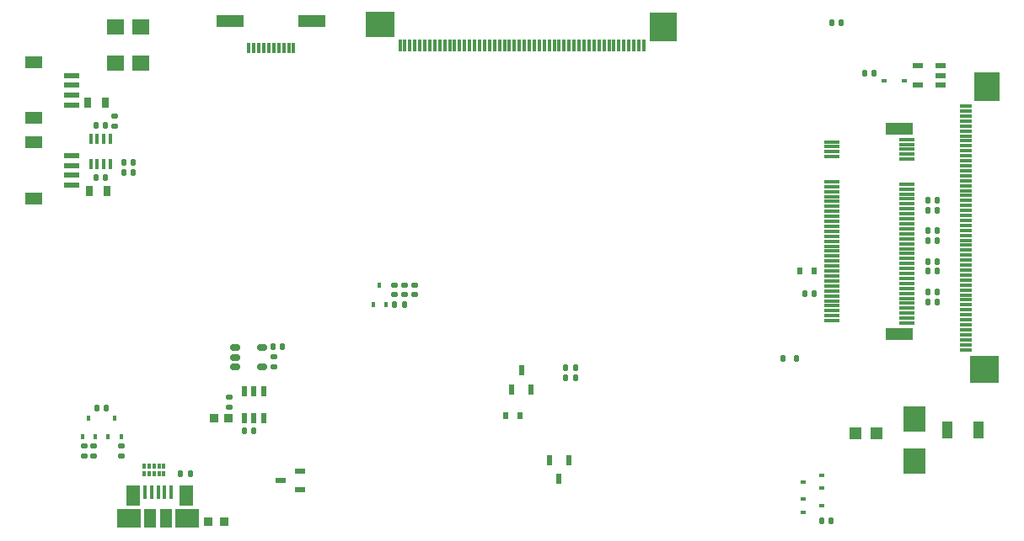
<source format=gbr>
G04 #@! TF.GenerationSoftware,KiCad,Pcbnew,7.0.1*
G04 #@! TF.CreationDate,2023-05-22T16:21:24+08:00*
G04 #@! TF.ProjectId,jetson-nano-baseboard,6a657473-6f6e-42d6-9e61-6e6f2d626173,1.6.1*
G04 #@! TF.SameCoordinates,Original*
G04 #@! TF.FileFunction,Paste,Bot*
G04 #@! TF.FilePolarity,Positive*
%FSLAX46Y46*%
G04 Gerber Fmt 4.6, Leading zero omitted, Abs format (unit mm)*
G04 Created by KiCad (PCBNEW 7.0.1) date 2023-05-22 16:21:24*
%MOMM*%
%LPD*%
G01*
G04 APERTURE LIST*
G04 Aperture macros list*
%AMRoundRect*
0 Rectangle with rounded corners*
0 $1 Rounding radius*
0 $2 $3 $4 $5 $6 $7 $8 $9 X,Y pos of 4 corners*
0 Add a 4 corners polygon primitive as box body*
4,1,4,$2,$3,$4,$5,$6,$7,$8,$9,$2,$3,0*
0 Add four circle primitives for the rounded corners*
1,1,$1+$1,$2,$3*
1,1,$1+$1,$4,$5*
1,1,$1+$1,$6,$7*
1,1,$1+$1,$8,$9*
0 Add four rect primitives between the rounded corners*
20,1,$1+$1,$2,$3,$4,$5,0*
20,1,$1+$1,$4,$5,$6,$7,0*
20,1,$1+$1,$6,$7,$8,$9,0*
20,1,$1+$1,$8,$9,$2,$3,0*%
G04 Aperture macros list end*
%ADD10R,0.970000X0.960000*%
%ADD11R,0.600000X0.800000*%
%ADD12RoundRect,0.147500X-0.147500X-0.172500X0.147500X-0.172500X0.147500X0.172500X-0.147500X0.172500X0*%
%ADD13RoundRect,0.147500X0.147500X0.172500X-0.147500X0.172500X-0.147500X-0.172500X0.147500X-0.172500X0*%
%ADD14R,1.550000X0.300000*%
%ADD15R,2.750000X1.200000*%
%ADD16RoundRect,0.147500X0.172500X-0.147500X0.172500X0.147500X-0.172500X0.147500X-0.172500X-0.147500X0*%
%ADD17RoundRect,0.147500X-0.172500X0.147500X-0.172500X-0.147500X0.172500X-0.147500X0.172500X0.147500X0*%
%ADD18R,0.300000X1.200000*%
%ADD19R,2.700000X3.000000*%
%ADD20R,3.000000X2.500000*%
%ADD21R,1.200000X0.300000*%
%ADD22R,3.000000X2.700000*%
%ADD23R,2.500000X3.000000*%
%ADD24R,0.400000X0.500000*%
%ADD25R,0.450000X1.380000*%
%ADD26R,1.400000X2.100000*%
%ADD27R,2.370000X1.900000*%
%ADD28R,1.175000X1.900000*%
%ADD29R,0.550000X1.000000*%
%ADD30R,1.000000X0.600000*%
%ADD31R,0.590000X0.450000*%
%ADD32R,0.500000X0.400000*%
%ADD33R,1.800000X1.500000*%
%ADD34R,1.200000X1.200000*%
%ADD35R,0.300000X1.000000*%
%ADD36R,2.700000X1.300000*%
%ADD37R,0.450000X1.100000*%
%ADD38RoundRect,0.125000X0.125000X0.175000X-0.125000X0.175000X-0.125000X-0.175000X0.125000X-0.175000X0*%
%ADD39R,0.762000X1.090000*%
%ADD40R,0.300000X0.550000*%
%ADD41R,0.400000X0.550000*%
%ADD42RoundRect,0.150000X0.375000X-0.150000X0.375000X0.150000X-0.375000X0.150000X-0.375000X-0.150000X0*%
%ADD43R,1.550000X0.600000*%
%ADD44R,1.800000X1.200000*%
%ADD45R,2.300000X2.500000*%
%ADD46R,1.016000X1.700000*%
%ADD47R,1.000000X0.550000*%
%ADD48R,0.950000X0.950000*%
G04 APERTURE END LIST*
D10*
X95415000Y-128300000D03*
X93785000Y-128300000D03*
D11*
X125100000Y-117602000D03*
X123700000Y-117602000D03*
D12*
X153715000Y-105400000D03*
X154685000Y-105400000D03*
D11*
X153250000Y-103100000D03*
X154650000Y-103100000D03*
D13*
X91985000Y-123500000D03*
X91015000Y-123500000D03*
D12*
X166070260Y-105148190D03*
X167040260Y-105148190D03*
X166070260Y-106200000D03*
X167040260Y-106200000D03*
D14*
X164006240Y-108331020D03*
X156456250Y-108081030D03*
X164006240Y-107831030D03*
X156456250Y-107581030D03*
X164006240Y-107331020D03*
X156456250Y-107081020D03*
X164006240Y-106831030D03*
X156456250Y-106581030D03*
X164006240Y-106331030D03*
X156456250Y-106081030D03*
X164006240Y-105831020D03*
X156456250Y-105581030D03*
X164006240Y-105331030D03*
X156456250Y-105081030D03*
X164006240Y-104831030D03*
X156456250Y-104581020D03*
X164006240Y-104331030D03*
X156456250Y-104081030D03*
X164006240Y-103831030D03*
X156456250Y-103581030D03*
X164006240Y-103331020D03*
X156456250Y-103081030D03*
X164006240Y-102831030D03*
X156456250Y-102581030D03*
X164006240Y-102331030D03*
X156456250Y-102081020D03*
X164006240Y-101831030D03*
X156456250Y-101581030D03*
X164006240Y-101331030D03*
X156456250Y-101081030D03*
X164006240Y-100831020D03*
X156456250Y-100581030D03*
X164006240Y-100331030D03*
X156456250Y-100081030D03*
X164006240Y-99831030D03*
X156456250Y-99581020D03*
X164006240Y-99331030D03*
X156456250Y-99081030D03*
X164006240Y-98831030D03*
X156456250Y-98581030D03*
X164006240Y-98331020D03*
X156456250Y-98081030D03*
X164006240Y-97831030D03*
X156456250Y-97581030D03*
X164006240Y-97331030D03*
X156456250Y-97081020D03*
X164006240Y-96831030D03*
X156456250Y-96581030D03*
X164006240Y-96331030D03*
X156456250Y-96081030D03*
X164006240Y-95831020D03*
X156456250Y-95581030D03*
X164006240Y-95331030D03*
X156456250Y-95081030D03*
X164006240Y-94831030D03*
X156456250Y-94581020D03*
X164006240Y-94331020D03*
X156456250Y-94081030D03*
X164006240Y-91831020D03*
X156456250Y-91581030D03*
X164006240Y-91331030D03*
X156456250Y-91081030D03*
X164006240Y-90831030D03*
X156456250Y-90581020D03*
X164006240Y-90331030D03*
X156456250Y-90081030D03*
X164006240Y-89831030D03*
D15*
X163231240Y-109431030D03*
X163231240Y-88731030D03*
D16*
X82300000Y-121685000D03*
X82300000Y-120715000D03*
D17*
X81300000Y-120715000D03*
X81300000Y-121685000D03*
D12*
X156439000Y-78062000D03*
X157409000Y-78062000D03*
D18*
X113050000Y-80400000D03*
X113550000Y-80400000D03*
X114050000Y-80400000D03*
X114550000Y-80400000D03*
X115050000Y-80400000D03*
X115550000Y-80400000D03*
X116050000Y-80400000D03*
X116550000Y-80400000D03*
X117050000Y-80400000D03*
X117550000Y-80400000D03*
X118050000Y-80400000D03*
X118550000Y-80400000D03*
X119050000Y-80400000D03*
X119550000Y-80400000D03*
X120050000Y-80400000D03*
X120550000Y-80400000D03*
X121050000Y-80400000D03*
X121550000Y-80400000D03*
X122050000Y-80400000D03*
X122550000Y-80400000D03*
X123050000Y-80400000D03*
X123550000Y-80400000D03*
X124050000Y-80400000D03*
X124550000Y-80400000D03*
X125050000Y-80400000D03*
X125550000Y-80400000D03*
X126050000Y-80400000D03*
X126550000Y-80400000D03*
X127050000Y-80400000D03*
X127550000Y-80400000D03*
X128050000Y-80400000D03*
X128550000Y-80400000D03*
X129050000Y-80400000D03*
X129550000Y-80400000D03*
X130050000Y-80400000D03*
X130550000Y-80400000D03*
X131050000Y-80400000D03*
X131550000Y-80400000D03*
X132050000Y-80400000D03*
X132550000Y-80400000D03*
X133050000Y-80400000D03*
X133550000Y-80400000D03*
X134050000Y-80400000D03*
X134550000Y-80400000D03*
X135050000Y-80400000D03*
X135550000Y-80400000D03*
X136050000Y-80400000D03*
X136550000Y-80400000D03*
X137050000Y-80400000D03*
X137550000Y-80400000D03*
D19*
X139500000Y-78550000D03*
D20*
X111100000Y-78300000D03*
D21*
X169940000Y-110990000D03*
X169940000Y-110490000D03*
X169940000Y-109990000D03*
X169940000Y-109490000D03*
X169940000Y-108990000D03*
X169940000Y-108490000D03*
X169940000Y-107990000D03*
X169940000Y-107490000D03*
X169940000Y-106990000D03*
X169940000Y-106490000D03*
X169940000Y-105990000D03*
X169940000Y-105490000D03*
X169940000Y-104990000D03*
X169940000Y-104490000D03*
X169940000Y-103990000D03*
X169940000Y-103490000D03*
X169940000Y-102990000D03*
X169940000Y-102490000D03*
X169940000Y-101990000D03*
X169940000Y-101490000D03*
X169940000Y-100990000D03*
X169940000Y-100490000D03*
X169940000Y-99990000D03*
X169940000Y-99490000D03*
X169940000Y-98990000D03*
X169940000Y-98490000D03*
X169940000Y-97990000D03*
X169940000Y-97490000D03*
X169940000Y-96990000D03*
X169940000Y-96490000D03*
X169940000Y-95990000D03*
X169940000Y-95490000D03*
X169940000Y-94990000D03*
X169940000Y-94490000D03*
X169940000Y-93990000D03*
X169940000Y-93490000D03*
X169940000Y-92990000D03*
X169940000Y-92490000D03*
X169940000Y-91990000D03*
X169940000Y-91490000D03*
X169940000Y-90990000D03*
X169940000Y-90490000D03*
X169940000Y-89990000D03*
X169940000Y-89490000D03*
X169940000Y-88990000D03*
X169940000Y-88490000D03*
X169940000Y-87990000D03*
X169940000Y-87490000D03*
X169940000Y-86990000D03*
X169940000Y-86490000D03*
D22*
X171790000Y-112940000D03*
D23*
X172040000Y-84540000D03*
D24*
X82450000Y-119750000D03*
X81150000Y-119750000D03*
X81800000Y-117850000D03*
D25*
X90058400Y-125343020D03*
X89408400Y-125343020D03*
X88758400Y-125343020D03*
X88108400Y-125343020D03*
X87458400Y-125343020D03*
D26*
X86218400Y-125703020D03*
D27*
X91668400Y-128003020D03*
D26*
X91552400Y-125703020D03*
D28*
X87920900Y-128003020D03*
D27*
X85848400Y-128003020D03*
D28*
X89595900Y-128003020D03*
D12*
X166070260Y-102100000D03*
X167040260Y-102100000D03*
X166070260Y-103102320D03*
X167040260Y-103102320D03*
X166070260Y-100036050D03*
X167040260Y-100036050D03*
X166070260Y-96000000D03*
X167040260Y-96000000D03*
X166070260Y-99000000D03*
X167040260Y-99000000D03*
X166070260Y-97016530D03*
X167040260Y-97016530D03*
D29*
X128100000Y-122100000D03*
X129999990Y-122100000D03*
X129050000Y-124000000D03*
D24*
X111650000Y-106450000D03*
X110350000Y-106450000D03*
X111000000Y-104550000D03*
D30*
X167358400Y-82456010D03*
X167358400Y-83406010D03*
X167358400Y-84356010D03*
X165058400Y-84356010D03*
X165058400Y-82456010D03*
D31*
X161653400Y-83906010D03*
X163763410Y-83906010D03*
D12*
X159723400Y-83156010D03*
X160693400Y-83156010D03*
D32*
X155450000Y-123650000D03*
X155450000Y-124950000D03*
X153550000Y-124300000D03*
D13*
X156385000Y-128200000D03*
X155415000Y-128200000D03*
D32*
X153550000Y-127350000D03*
X153550000Y-126050000D03*
X155450000Y-126700000D03*
D33*
X84500000Y-82150000D03*
X84500000Y-78550000D03*
X87000000Y-78550000D03*
X87000000Y-82150000D03*
D34*
X160900000Y-119450000D03*
X158800000Y-119450000D03*
D35*
X97879520Y-80617140D03*
X98379520Y-80617140D03*
X98879520Y-80617140D03*
X99379520Y-80617140D03*
X99879520Y-80617140D03*
X100379520Y-80617140D03*
X100879520Y-80617140D03*
X101379520Y-80617140D03*
X101879520Y-80617140D03*
X102379520Y-80617140D03*
D36*
X104231640Y-77944680D03*
X95953780Y-77944680D03*
D12*
X112515000Y-106500000D03*
X113485000Y-106500000D03*
D29*
X97450000Y-115150000D03*
X98400000Y-115150000D03*
X99350000Y-115150000D03*
X99350000Y-117850000D03*
X98400000Y-117850000D03*
X97450000Y-117850000D03*
D37*
X83952500Y-92352500D03*
X83302500Y-92352500D03*
X82652500Y-92352500D03*
X82002500Y-92352500D03*
X82002500Y-89752500D03*
X82652500Y-89752500D03*
X83302500Y-89752500D03*
X83952500Y-89752500D03*
D17*
X100383000Y-111738484D03*
X100383000Y-112708484D03*
X84427500Y-87517500D03*
X84427500Y-88487500D03*
D12*
X129715000Y-112800000D03*
X130685000Y-112800000D03*
D38*
X152908902Y-111920593D03*
X151508902Y-111920593D03*
D17*
X113500000Y-104515000D03*
X113500000Y-105485000D03*
D39*
X83591000Y-95000000D03*
X81809000Y-95000000D03*
D29*
X126200000Y-115000000D03*
X124300010Y-115000000D03*
X125250000Y-113100000D03*
D12*
X82615000Y-116900000D03*
X83585000Y-116900000D03*
D40*
X89335000Y-123485000D03*
X89335000Y-122715000D03*
X88835000Y-123485000D03*
X88835000Y-122715000D03*
D41*
X88335000Y-123485000D03*
D40*
X87835000Y-123485000D03*
X87835000Y-122715000D03*
X87335000Y-122715000D03*
X87335000Y-123485000D03*
D41*
X88335000Y-122715000D03*
D13*
X98385000Y-119200000D03*
X97415000Y-119200000D03*
D42*
X96516500Y-112708484D03*
X96516500Y-111757484D03*
X96516500Y-110808484D03*
X99217500Y-110808484D03*
X99217500Y-112708484D03*
D12*
X85315000Y-92150000D03*
X86285000Y-92150000D03*
D24*
X85050000Y-119750000D03*
X83750000Y-119750000D03*
X84400000Y-117850000D03*
D17*
X85100000Y-120715000D03*
X85100000Y-121685000D03*
D39*
X83491000Y-86100000D03*
X81709000Y-86100000D03*
D13*
X130685000Y-113800000D03*
X129715000Y-113800000D03*
D43*
X80100000Y-86400000D03*
X80100000Y-85400000D03*
X80100000Y-84400000D03*
X80100000Y-83400000D03*
D44*
X76225000Y-87700000D03*
X76225000Y-82100000D03*
D45*
X164700000Y-117950000D03*
X164700000Y-122250000D03*
D12*
X85315000Y-93150000D03*
X86285000Y-93150000D03*
D46*
X171200000Y-119100000D03*
X168000010Y-119100000D03*
D12*
X82492500Y-88452500D03*
X83462500Y-88452500D03*
D13*
X101277000Y-110700000D03*
X100307000Y-110700000D03*
D17*
X114500000Y-104515000D03*
X114500000Y-105485000D03*
D43*
X80100000Y-94450000D03*
X80100000Y-93450000D03*
X80100000Y-92450000D03*
X80100000Y-91450000D03*
D44*
X76225000Y-95750000D03*
X76225000Y-90150000D03*
D13*
X83462500Y-93652500D03*
X82492500Y-93652500D03*
D47*
X103000000Y-123200000D03*
X103000000Y-125099990D03*
X101100000Y-124150000D03*
D48*
X95825000Y-117900000D03*
X94375000Y-117900000D03*
D17*
X95900000Y-115815000D03*
X95900000Y-116785000D03*
D16*
X112500000Y-105485000D03*
X112500000Y-104515000D03*
M02*

</source>
